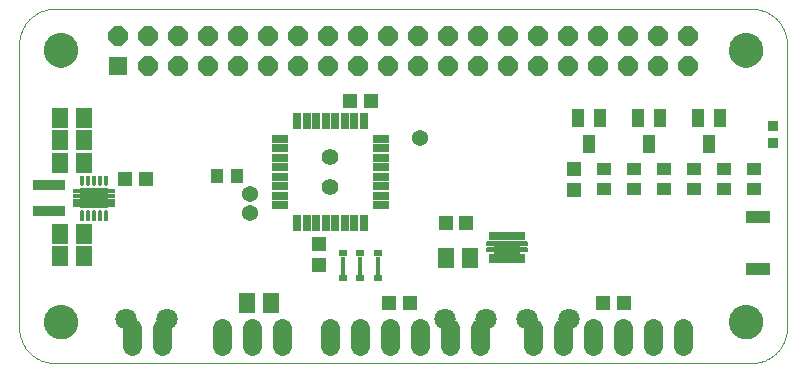
<source format=gts>
G75*
%MOIN*%
%OFA0B0*%
%FSLAX25Y25*%
%IPPOS*%
%LPD*%
%AMOC8*
5,1,8,0,0,1.08239X$1,22.5*
%
%ADD10C,0.00000*%
%ADD11C,0.11424*%
%ADD12R,0.06400X0.06400*%
%ADD13OC8,0.06400*%
%ADD14C,0.01380*%
%ADD15R,0.02953X0.01181*%
%ADD16R,0.02953X0.01280*%
%ADD17R,0.09547X0.07087*%
%ADD18R,0.01378X0.02992*%
%ADD19R,0.11000X0.03550*%
%ADD20R,0.02600X0.05400*%
%ADD21R,0.05400X0.02600*%
%ADD22C,0.07093*%
%ADD23R,0.04652X0.04534*%
%ADD24R,0.03150X0.01969*%
%ADD25R,0.01575X0.06299*%
%ADD26R,0.04534X0.04652*%
%ADD27R,0.05518X0.06699*%
%ADD28C,0.06400*%
%ADD29R,0.04731X0.04337*%
%ADD30R,0.03550X0.03550*%
%ADD31C,0.05550*%
%ADD32R,0.04337X0.05912*%
%ADD33R,0.08274X0.04337*%
%ADD34R,0.01502X0.02369*%
%ADD35R,0.01502X0.02369*%
%ADD36R,0.08274X0.03943*%
%ADD37C,0.00100*%
%ADD38C,0.00600*%
%ADD39C,0.05400*%
%ADD40R,0.04337X0.04731*%
D10*
X0016811Y0006117D02*
X0249094Y0006117D01*
X0249379Y0006120D01*
X0249665Y0006131D01*
X0249950Y0006148D01*
X0250234Y0006172D01*
X0250518Y0006203D01*
X0250801Y0006241D01*
X0251082Y0006286D01*
X0251363Y0006337D01*
X0251643Y0006395D01*
X0251921Y0006460D01*
X0252197Y0006532D01*
X0252471Y0006610D01*
X0252744Y0006695D01*
X0253014Y0006787D01*
X0253282Y0006885D01*
X0253548Y0006989D01*
X0253811Y0007100D01*
X0254071Y0007217D01*
X0254329Y0007340D01*
X0254583Y0007470D01*
X0254834Y0007606D01*
X0255082Y0007747D01*
X0255326Y0007895D01*
X0255567Y0008048D01*
X0255803Y0008208D01*
X0256036Y0008373D01*
X0256265Y0008543D01*
X0256490Y0008719D01*
X0256710Y0008901D01*
X0256926Y0009087D01*
X0257137Y0009279D01*
X0257344Y0009476D01*
X0257546Y0009678D01*
X0257743Y0009885D01*
X0257935Y0010096D01*
X0258121Y0010312D01*
X0258303Y0010532D01*
X0258479Y0010757D01*
X0258649Y0010986D01*
X0258814Y0011219D01*
X0258974Y0011455D01*
X0259127Y0011696D01*
X0259275Y0011940D01*
X0259416Y0012188D01*
X0259552Y0012439D01*
X0259682Y0012693D01*
X0259805Y0012951D01*
X0259922Y0013211D01*
X0260033Y0013474D01*
X0260137Y0013740D01*
X0260235Y0014008D01*
X0260327Y0014278D01*
X0260412Y0014551D01*
X0260490Y0014825D01*
X0260562Y0015101D01*
X0260627Y0015379D01*
X0260685Y0015659D01*
X0260736Y0015940D01*
X0260781Y0016221D01*
X0260819Y0016504D01*
X0260850Y0016788D01*
X0260874Y0017072D01*
X0260891Y0017357D01*
X0260902Y0017643D01*
X0260905Y0017928D01*
X0260906Y0017928D02*
X0260906Y0112416D01*
X0260905Y0112416D02*
X0260902Y0112701D01*
X0260891Y0112987D01*
X0260874Y0113272D01*
X0260850Y0113556D01*
X0260819Y0113840D01*
X0260781Y0114123D01*
X0260736Y0114404D01*
X0260685Y0114685D01*
X0260627Y0114965D01*
X0260562Y0115243D01*
X0260490Y0115519D01*
X0260412Y0115793D01*
X0260327Y0116066D01*
X0260235Y0116336D01*
X0260137Y0116604D01*
X0260033Y0116870D01*
X0259922Y0117133D01*
X0259805Y0117393D01*
X0259682Y0117651D01*
X0259552Y0117905D01*
X0259416Y0118156D01*
X0259275Y0118404D01*
X0259127Y0118648D01*
X0258974Y0118889D01*
X0258814Y0119125D01*
X0258649Y0119358D01*
X0258479Y0119587D01*
X0258303Y0119812D01*
X0258121Y0120032D01*
X0257935Y0120248D01*
X0257743Y0120459D01*
X0257546Y0120666D01*
X0257344Y0120868D01*
X0257137Y0121065D01*
X0256926Y0121257D01*
X0256710Y0121443D01*
X0256490Y0121625D01*
X0256265Y0121801D01*
X0256036Y0121971D01*
X0255803Y0122136D01*
X0255567Y0122296D01*
X0255326Y0122449D01*
X0255082Y0122597D01*
X0254834Y0122738D01*
X0254583Y0122874D01*
X0254329Y0123004D01*
X0254071Y0123127D01*
X0253811Y0123244D01*
X0253548Y0123355D01*
X0253282Y0123459D01*
X0253014Y0123557D01*
X0252744Y0123649D01*
X0252471Y0123734D01*
X0252197Y0123812D01*
X0251921Y0123884D01*
X0251643Y0123949D01*
X0251363Y0124007D01*
X0251082Y0124058D01*
X0250801Y0124103D01*
X0250518Y0124141D01*
X0250234Y0124172D01*
X0249950Y0124196D01*
X0249665Y0124213D01*
X0249379Y0124224D01*
X0249094Y0124227D01*
X0016811Y0124227D01*
X0016526Y0124224D01*
X0016240Y0124213D01*
X0015955Y0124196D01*
X0015671Y0124172D01*
X0015387Y0124141D01*
X0015104Y0124103D01*
X0014823Y0124058D01*
X0014542Y0124007D01*
X0014262Y0123949D01*
X0013984Y0123884D01*
X0013708Y0123812D01*
X0013434Y0123734D01*
X0013161Y0123649D01*
X0012891Y0123557D01*
X0012623Y0123459D01*
X0012357Y0123355D01*
X0012094Y0123244D01*
X0011834Y0123127D01*
X0011576Y0123004D01*
X0011322Y0122874D01*
X0011071Y0122738D01*
X0010823Y0122597D01*
X0010579Y0122449D01*
X0010338Y0122296D01*
X0010102Y0122136D01*
X0009869Y0121971D01*
X0009640Y0121801D01*
X0009415Y0121625D01*
X0009195Y0121443D01*
X0008979Y0121257D01*
X0008768Y0121065D01*
X0008561Y0120868D01*
X0008359Y0120666D01*
X0008162Y0120459D01*
X0007970Y0120248D01*
X0007784Y0120032D01*
X0007602Y0119812D01*
X0007426Y0119587D01*
X0007256Y0119358D01*
X0007091Y0119125D01*
X0006931Y0118889D01*
X0006778Y0118648D01*
X0006630Y0118404D01*
X0006489Y0118156D01*
X0006353Y0117905D01*
X0006223Y0117651D01*
X0006100Y0117393D01*
X0005983Y0117133D01*
X0005872Y0116870D01*
X0005768Y0116604D01*
X0005670Y0116336D01*
X0005578Y0116066D01*
X0005493Y0115793D01*
X0005415Y0115519D01*
X0005343Y0115243D01*
X0005278Y0114965D01*
X0005220Y0114685D01*
X0005169Y0114404D01*
X0005124Y0114123D01*
X0005086Y0113840D01*
X0005055Y0113556D01*
X0005031Y0113272D01*
X0005014Y0112987D01*
X0005003Y0112701D01*
X0005000Y0112416D01*
X0005000Y0017928D01*
X0005003Y0017643D01*
X0005014Y0017357D01*
X0005031Y0017072D01*
X0005055Y0016788D01*
X0005086Y0016504D01*
X0005124Y0016221D01*
X0005169Y0015940D01*
X0005220Y0015659D01*
X0005278Y0015379D01*
X0005343Y0015101D01*
X0005415Y0014825D01*
X0005493Y0014551D01*
X0005578Y0014278D01*
X0005670Y0014008D01*
X0005768Y0013740D01*
X0005872Y0013474D01*
X0005983Y0013211D01*
X0006100Y0012951D01*
X0006223Y0012693D01*
X0006353Y0012439D01*
X0006489Y0012188D01*
X0006630Y0011940D01*
X0006778Y0011696D01*
X0006931Y0011455D01*
X0007091Y0011219D01*
X0007256Y0010986D01*
X0007426Y0010757D01*
X0007602Y0010532D01*
X0007784Y0010312D01*
X0007970Y0010096D01*
X0008162Y0009885D01*
X0008359Y0009678D01*
X0008561Y0009476D01*
X0008768Y0009279D01*
X0008979Y0009087D01*
X0009195Y0008901D01*
X0009415Y0008719D01*
X0009640Y0008543D01*
X0009869Y0008373D01*
X0010102Y0008208D01*
X0010338Y0008048D01*
X0010579Y0007895D01*
X0010823Y0007747D01*
X0011071Y0007606D01*
X0011322Y0007470D01*
X0011576Y0007340D01*
X0011834Y0007217D01*
X0012094Y0007100D01*
X0012357Y0006989D01*
X0012623Y0006885D01*
X0012891Y0006787D01*
X0013161Y0006695D01*
X0013434Y0006610D01*
X0013708Y0006532D01*
X0013984Y0006460D01*
X0014262Y0006395D01*
X0014542Y0006337D01*
X0014823Y0006286D01*
X0015104Y0006241D01*
X0015387Y0006203D01*
X0015671Y0006172D01*
X0015955Y0006148D01*
X0016240Y0006131D01*
X0016526Y0006120D01*
X0016811Y0006117D01*
X0013268Y0019896D02*
X0013270Y0020044D01*
X0013276Y0020192D01*
X0013286Y0020340D01*
X0013300Y0020487D01*
X0013318Y0020634D01*
X0013339Y0020780D01*
X0013365Y0020926D01*
X0013395Y0021071D01*
X0013428Y0021215D01*
X0013466Y0021358D01*
X0013507Y0021500D01*
X0013552Y0021641D01*
X0013600Y0021781D01*
X0013653Y0021920D01*
X0013709Y0022057D01*
X0013769Y0022192D01*
X0013832Y0022326D01*
X0013899Y0022458D01*
X0013970Y0022588D01*
X0014044Y0022716D01*
X0014121Y0022842D01*
X0014202Y0022966D01*
X0014286Y0023088D01*
X0014373Y0023207D01*
X0014464Y0023324D01*
X0014558Y0023439D01*
X0014654Y0023551D01*
X0014754Y0023661D01*
X0014856Y0023767D01*
X0014962Y0023871D01*
X0015070Y0023972D01*
X0015181Y0024070D01*
X0015294Y0024166D01*
X0015410Y0024258D01*
X0015528Y0024347D01*
X0015649Y0024432D01*
X0015772Y0024515D01*
X0015897Y0024594D01*
X0016024Y0024670D01*
X0016153Y0024742D01*
X0016284Y0024811D01*
X0016417Y0024876D01*
X0016552Y0024937D01*
X0016688Y0024995D01*
X0016825Y0025050D01*
X0016964Y0025100D01*
X0017105Y0025147D01*
X0017246Y0025190D01*
X0017389Y0025230D01*
X0017533Y0025265D01*
X0017677Y0025297D01*
X0017823Y0025324D01*
X0017969Y0025348D01*
X0018116Y0025368D01*
X0018263Y0025384D01*
X0018410Y0025396D01*
X0018558Y0025404D01*
X0018706Y0025408D01*
X0018854Y0025408D01*
X0019002Y0025404D01*
X0019150Y0025396D01*
X0019297Y0025384D01*
X0019444Y0025368D01*
X0019591Y0025348D01*
X0019737Y0025324D01*
X0019883Y0025297D01*
X0020027Y0025265D01*
X0020171Y0025230D01*
X0020314Y0025190D01*
X0020455Y0025147D01*
X0020596Y0025100D01*
X0020735Y0025050D01*
X0020872Y0024995D01*
X0021008Y0024937D01*
X0021143Y0024876D01*
X0021276Y0024811D01*
X0021407Y0024742D01*
X0021536Y0024670D01*
X0021663Y0024594D01*
X0021788Y0024515D01*
X0021911Y0024432D01*
X0022032Y0024347D01*
X0022150Y0024258D01*
X0022266Y0024166D01*
X0022379Y0024070D01*
X0022490Y0023972D01*
X0022598Y0023871D01*
X0022704Y0023767D01*
X0022806Y0023661D01*
X0022906Y0023551D01*
X0023002Y0023439D01*
X0023096Y0023324D01*
X0023187Y0023207D01*
X0023274Y0023088D01*
X0023358Y0022966D01*
X0023439Y0022842D01*
X0023516Y0022716D01*
X0023590Y0022588D01*
X0023661Y0022458D01*
X0023728Y0022326D01*
X0023791Y0022192D01*
X0023851Y0022057D01*
X0023907Y0021920D01*
X0023960Y0021781D01*
X0024008Y0021641D01*
X0024053Y0021500D01*
X0024094Y0021358D01*
X0024132Y0021215D01*
X0024165Y0021071D01*
X0024195Y0020926D01*
X0024221Y0020780D01*
X0024242Y0020634D01*
X0024260Y0020487D01*
X0024274Y0020340D01*
X0024284Y0020192D01*
X0024290Y0020044D01*
X0024292Y0019896D01*
X0024290Y0019748D01*
X0024284Y0019600D01*
X0024274Y0019452D01*
X0024260Y0019305D01*
X0024242Y0019158D01*
X0024221Y0019012D01*
X0024195Y0018866D01*
X0024165Y0018721D01*
X0024132Y0018577D01*
X0024094Y0018434D01*
X0024053Y0018292D01*
X0024008Y0018151D01*
X0023960Y0018011D01*
X0023907Y0017872D01*
X0023851Y0017735D01*
X0023791Y0017600D01*
X0023728Y0017466D01*
X0023661Y0017334D01*
X0023590Y0017204D01*
X0023516Y0017076D01*
X0023439Y0016950D01*
X0023358Y0016826D01*
X0023274Y0016704D01*
X0023187Y0016585D01*
X0023096Y0016468D01*
X0023002Y0016353D01*
X0022906Y0016241D01*
X0022806Y0016131D01*
X0022704Y0016025D01*
X0022598Y0015921D01*
X0022490Y0015820D01*
X0022379Y0015722D01*
X0022266Y0015626D01*
X0022150Y0015534D01*
X0022032Y0015445D01*
X0021911Y0015360D01*
X0021788Y0015277D01*
X0021663Y0015198D01*
X0021536Y0015122D01*
X0021407Y0015050D01*
X0021276Y0014981D01*
X0021143Y0014916D01*
X0021008Y0014855D01*
X0020872Y0014797D01*
X0020735Y0014742D01*
X0020596Y0014692D01*
X0020455Y0014645D01*
X0020314Y0014602D01*
X0020171Y0014562D01*
X0020027Y0014527D01*
X0019883Y0014495D01*
X0019737Y0014468D01*
X0019591Y0014444D01*
X0019444Y0014424D01*
X0019297Y0014408D01*
X0019150Y0014396D01*
X0019002Y0014388D01*
X0018854Y0014384D01*
X0018706Y0014384D01*
X0018558Y0014388D01*
X0018410Y0014396D01*
X0018263Y0014408D01*
X0018116Y0014424D01*
X0017969Y0014444D01*
X0017823Y0014468D01*
X0017677Y0014495D01*
X0017533Y0014527D01*
X0017389Y0014562D01*
X0017246Y0014602D01*
X0017105Y0014645D01*
X0016964Y0014692D01*
X0016825Y0014742D01*
X0016688Y0014797D01*
X0016552Y0014855D01*
X0016417Y0014916D01*
X0016284Y0014981D01*
X0016153Y0015050D01*
X0016024Y0015122D01*
X0015897Y0015198D01*
X0015772Y0015277D01*
X0015649Y0015360D01*
X0015528Y0015445D01*
X0015410Y0015534D01*
X0015294Y0015626D01*
X0015181Y0015722D01*
X0015070Y0015820D01*
X0014962Y0015921D01*
X0014856Y0016025D01*
X0014754Y0016131D01*
X0014654Y0016241D01*
X0014558Y0016353D01*
X0014464Y0016468D01*
X0014373Y0016585D01*
X0014286Y0016704D01*
X0014202Y0016826D01*
X0014121Y0016950D01*
X0014044Y0017076D01*
X0013970Y0017204D01*
X0013899Y0017334D01*
X0013832Y0017466D01*
X0013769Y0017600D01*
X0013709Y0017735D01*
X0013653Y0017872D01*
X0013600Y0018011D01*
X0013552Y0018151D01*
X0013507Y0018292D01*
X0013466Y0018434D01*
X0013428Y0018577D01*
X0013395Y0018721D01*
X0013365Y0018866D01*
X0013339Y0019012D01*
X0013318Y0019158D01*
X0013300Y0019305D01*
X0013286Y0019452D01*
X0013276Y0019600D01*
X0013270Y0019748D01*
X0013268Y0019896D01*
X0013268Y0110447D02*
X0013270Y0110595D01*
X0013276Y0110743D01*
X0013286Y0110891D01*
X0013300Y0111038D01*
X0013318Y0111185D01*
X0013339Y0111331D01*
X0013365Y0111477D01*
X0013395Y0111622D01*
X0013428Y0111766D01*
X0013466Y0111909D01*
X0013507Y0112051D01*
X0013552Y0112192D01*
X0013600Y0112332D01*
X0013653Y0112471D01*
X0013709Y0112608D01*
X0013769Y0112743D01*
X0013832Y0112877D01*
X0013899Y0113009D01*
X0013970Y0113139D01*
X0014044Y0113267D01*
X0014121Y0113393D01*
X0014202Y0113517D01*
X0014286Y0113639D01*
X0014373Y0113758D01*
X0014464Y0113875D01*
X0014558Y0113990D01*
X0014654Y0114102D01*
X0014754Y0114212D01*
X0014856Y0114318D01*
X0014962Y0114422D01*
X0015070Y0114523D01*
X0015181Y0114621D01*
X0015294Y0114717D01*
X0015410Y0114809D01*
X0015528Y0114898D01*
X0015649Y0114983D01*
X0015772Y0115066D01*
X0015897Y0115145D01*
X0016024Y0115221D01*
X0016153Y0115293D01*
X0016284Y0115362D01*
X0016417Y0115427D01*
X0016552Y0115488D01*
X0016688Y0115546D01*
X0016825Y0115601D01*
X0016964Y0115651D01*
X0017105Y0115698D01*
X0017246Y0115741D01*
X0017389Y0115781D01*
X0017533Y0115816D01*
X0017677Y0115848D01*
X0017823Y0115875D01*
X0017969Y0115899D01*
X0018116Y0115919D01*
X0018263Y0115935D01*
X0018410Y0115947D01*
X0018558Y0115955D01*
X0018706Y0115959D01*
X0018854Y0115959D01*
X0019002Y0115955D01*
X0019150Y0115947D01*
X0019297Y0115935D01*
X0019444Y0115919D01*
X0019591Y0115899D01*
X0019737Y0115875D01*
X0019883Y0115848D01*
X0020027Y0115816D01*
X0020171Y0115781D01*
X0020314Y0115741D01*
X0020455Y0115698D01*
X0020596Y0115651D01*
X0020735Y0115601D01*
X0020872Y0115546D01*
X0021008Y0115488D01*
X0021143Y0115427D01*
X0021276Y0115362D01*
X0021407Y0115293D01*
X0021536Y0115221D01*
X0021663Y0115145D01*
X0021788Y0115066D01*
X0021911Y0114983D01*
X0022032Y0114898D01*
X0022150Y0114809D01*
X0022266Y0114717D01*
X0022379Y0114621D01*
X0022490Y0114523D01*
X0022598Y0114422D01*
X0022704Y0114318D01*
X0022806Y0114212D01*
X0022906Y0114102D01*
X0023002Y0113990D01*
X0023096Y0113875D01*
X0023187Y0113758D01*
X0023274Y0113639D01*
X0023358Y0113517D01*
X0023439Y0113393D01*
X0023516Y0113267D01*
X0023590Y0113139D01*
X0023661Y0113009D01*
X0023728Y0112877D01*
X0023791Y0112743D01*
X0023851Y0112608D01*
X0023907Y0112471D01*
X0023960Y0112332D01*
X0024008Y0112192D01*
X0024053Y0112051D01*
X0024094Y0111909D01*
X0024132Y0111766D01*
X0024165Y0111622D01*
X0024195Y0111477D01*
X0024221Y0111331D01*
X0024242Y0111185D01*
X0024260Y0111038D01*
X0024274Y0110891D01*
X0024284Y0110743D01*
X0024290Y0110595D01*
X0024292Y0110447D01*
X0024290Y0110299D01*
X0024284Y0110151D01*
X0024274Y0110003D01*
X0024260Y0109856D01*
X0024242Y0109709D01*
X0024221Y0109563D01*
X0024195Y0109417D01*
X0024165Y0109272D01*
X0024132Y0109128D01*
X0024094Y0108985D01*
X0024053Y0108843D01*
X0024008Y0108702D01*
X0023960Y0108562D01*
X0023907Y0108423D01*
X0023851Y0108286D01*
X0023791Y0108151D01*
X0023728Y0108017D01*
X0023661Y0107885D01*
X0023590Y0107755D01*
X0023516Y0107627D01*
X0023439Y0107501D01*
X0023358Y0107377D01*
X0023274Y0107255D01*
X0023187Y0107136D01*
X0023096Y0107019D01*
X0023002Y0106904D01*
X0022906Y0106792D01*
X0022806Y0106682D01*
X0022704Y0106576D01*
X0022598Y0106472D01*
X0022490Y0106371D01*
X0022379Y0106273D01*
X0022266Y0106177D01*
X0022150Y0106085D01*
X0022032Y0105996D01*
X0021911Y0105911D01*
X0021788Y0105828D01*
X0021663Y0105749D01*
X0021536Y0105673D01*
X0021407Y0105601D01*
X0021276Y0105532D01*
X0021143Y0105467D01*
X0021008Y0105406D01*
X0020872Y0105348D01*
X0020735Y0105293D01*
X0020596Y0105243D01*
X0020455Y0105196D01*
X0020314Y0105153D01*
X0020171Y0105113D01*
X0020027Y0105078D01*
X0019883Y0105046D01*
X0019737Y0105019D01*
X0019591Y0104995D01*
X0019444Y0104975D01*
X0019297Y0104959D01*
X0019150Y0104947D01*
X0019002Y0104939D01*
X0018854Y0104935D01*
X0018706Y0104935D01*
X0018558Y0104939D01*
X0018410Y0104947D01*
X0018263Y0104959D01*
X0018116Y0104975D01*
X0017969Y0104995D01*
X0017823Y0105019D01*
X0017677Y0105046D01*
X0017533Y0105078D01*
X0017389Y0105113D01*
X0017246Y0105153D01*
X0017105Y0105196D01*
X0016964Y0105243D01*
X0016825Y0105293D01*
X0016688Y0105348D01*
X0016552Y0105406D01*
X0016417Y0105467D01*
X0016284Y0105532D01*
X0016153Y0105601D01*
X0016024Y0105673D01*
X0015897Y0105749D01*
X0015772Y0105828D01*
X0015649Y0105911D01*
X0015528Y0105996D01*
X0015410Y0106085D01*
X0015294Y0106177D01*
X0015181Y0106273D01*
X0015070Y0106371D01*
X0014962Y0106472D01*
X0014856Y0106576D01*
X0014754Y0106682D01*
X0014654Y0106792D01*
X0014558Y0106904D01*
X0014464Y0107019D01*
X0014373Y0107136D01*
X0014286Y0107255D01*
X0014202Y0107377D01*
X0014121Y0107501D01*
X0014044Y0107627D01*
X0013970Y0107755D01*
X0013899Y0107885D01*
X0013832Y0108017D01*
X0013769Y0108151D01*
X0013709Y0108286D01*
X0013653Y0108423D01*
X0013600Y0108562D01*
X0013552Y0108702D01*
X0013507Y0108843D01*
X0013466Y0108985D01*
X0013428Y0109128D01*
X0013395Y0109272D01*
X0013365Y0109417D01*
X0013339Y0109563D01*
X0013318Y0109709D01*
X0013300Y0109856D01*
X0013286Y0110003D01*
X0013276Y0110151D01*
X0013270Y0110299D01*
X0013268Y0110447D01*
X0241614Y0110447D02*
X0241616Y0110595D01*
X0241622Y0110743D01*
X0241632Y0110891D01*
X0241646Y0111038D01*
X0241664Y0111185D01*
X0241685Y0111331D01*
X0241711Y0111477D01*
X0241741Y0111622D01*
X0241774Y0111766D01*
X0241812Y0111909D01*
X0241853Y0112051D01*
X0241898Y0112192D01*
X0241946Y0112332D01*
X0241999Y0112471D01*
X0242055Y0112608D01*
X0242115Y0112743D01*
X0242178Y0112877D01*
X0242245Y0113009D01*
X0242316Y0113139D01*
X0242390Y0113267D01*
X0242467Y0113393D01*
X0242548Y0113517D01*
X0242632Y0113639D01*
X0242719Y0113758D01*
X0242810Y0113875D01*
X0242904Y0113990D01*
X0243000Y0114102D01*
X0243100Y0114212D01*
X0243202Y0114318D01*
X0243308Y0114422D01*
X0243416Y0114523D01*
X0243527Y0114621D01*
X0243640Y0114717D01*
X0243756Y0114809D01*
X0243874Y0114898D01*
X0243995Y0114983D01*
X0244118Y0115066D01*
X0244243Y0115145D01*
X0244370Y0115221D01*
X0244499Y0115293D01*
X0244630Y0115362D01*
X0244763Y0115427D01*
X0244898Y0115488D01*
X0245034Y0115546D01*
X0245171Y0115601D01*
X0245310Y0115651D01*
X0245451Y0115698D01*
X0245592Y0115741D01*
X0245735Y0115781D01*
X0245879Y0115816D01*
X0246023Y0115848D01*
X0246169Y0115875D01*
X0246315Y0115899D01*
X0246462Y0115919D01*
X0246609Y0115935D01*
X0246756Y0115947D01*
X0246904Y0115955D01*
X0247052Y0115959D01*
X0247200Y0115959D01*
X0247348Y0115955D01*
X0247496Y0115947D01*
X0247643Y0115935D01*
X0247790Y0115919D01*
X0247937Y0115899D01*
X0248083Y0115875D01*
X0248229Y0115848D01*
X0248373Y0115816D01*
X0248517Y0115781D01*
X0248660Y0115741D01*
X0248801Y0115698D01*
X0248942Y0115651D01*
X0249081Y0115601D01*
X0249218Y0115546D01*
X0249354Y0115488D01*
X0249489Y0115427D01*
X0249622Y0115362D01*
X0249753Y0115293D01*
X0249882Y0115221D01*
X0250009Y0115145D01*
X0250134Y0115066D01*
X0250257Y0114983D01*
X0250378Y0114898D01*
X0250496Y0114809D01*
X0250612Y0114717D01*
X0250725Y0114621D01*
X0250836Y0114523D01*
X0250944Y0114422D01*
X0251050Y0114318D01*
X0251152Y0114212D01*
X0251252Y0114102D01*
X0251348Y0113990D01*
X0251442Y0113875D01*
X0251533Y0113758D01*
X0251620Y0113639D01*
X0251704Y0113517D01*
X0251785Y0113393D01*
X0251862Y0113267D01*
X0251936Y0113139D01*
X0252007Y0113009D01*
X0252074Y0112877D01*
X0252137Y0112743D01*
X0252197Y0112608D01*
X0252253Y0112471D01*
X0252306Y0112332D01*
X0252354Y0112192D01*
X0252399Y0112051D01*
X0252440Y0111909D01*
X0252478Y0111766D01*
X0252511Y0111622D01*
X0252541Y0111477D01*
X0252567Y0111331D01*
X0252588Y0111185D01*
X0252606Y0111038D01*
X0252620Y0110891D01*
X0252630Y0110743D01*
X0252636Y0110595D01*
X0252638Y0110447D01*
X0252636Y0110299D01*
X0252630Y0110151D01*
X0252620Y0110003D01*
X0252606Y0109856D01*
X0252588Y0109709D01*
X0252567Y0109563D01*
X0252541Y0109417D01*
X0252511Y0109272D01*
X0252478Y0109128D01*
X0252440Y0108985D01*
X0252399Y0108843D01*
X0252354Y0108702D01*
X0252306Y0108562D01*
X0252253Y0108423D01*
X0252197Y0108286D01*
X0252137Y0108151D01*
X0252074Y0108017D01*
X0252007Y0107885D01*
X0251936Y0107755D01*
X0251862Y0107627D01*
X0251785Y0107501D01*
X0251704Y0107377D01*
X0251620Y0107255D01*
X0251533Y0107136D01*
X0251442Y0107019D01*
X0251348Y0106904D01*
X0251252Y0106792D01*
X0251152Y0106682D01*
X0251050Y0106576D01*
X0250944Y0106472D01*
X0250836Y0106371D01*
X0250725Y0106273D01*
X0250612Y0106177D01*
X0250496Y0106085D01*
X0250378Y0105996D01*
X0250257Y0105911D01*
X0250134Y0105828D01*
X0250009Y0105749D01*
X0249882Y0105673D01*
X0249753Y0105601D01*
X0249622Y0105532D01*
X0249489Y0105467D01*
X0249354Y0105406D01*
X0249218Y0105348D01*
X0249081Y0105293D01*
X0248942Y0105243D01*
X0248801Y0105196D01*
X0248660Y0105153D01*
X0248517Y0105113D01*
X0248373Y0105078D01*
X0248229Y0105046D01*
X0248083Y0105019D01*
X0247937Y0104995D01*
X0247790Y0104975D01*
X0247643Y0104959D01*
X0247496Y0104947D01*
X0247348Y0104939D01*
X0247200Y0104935D01*
X0247052Y0104935D01*
X0246904Y0104939D01*
X0246756Y0104947D01*
X0246609Y0104959D01*
X0246462Y0104975D01*
X0246315Y0104995D01*
X0246169Y0105019D01*
X0246023Y0105046D01*
X0245879Y0105078D01*
X0245735Y0105113D01*
X0245592Y0105153D01*
X0245451Y0105196D01*
X0245310Y0105243D01*
X0245171Y0105293D01*
X0245034Y0105348D01*
X0244898Y0105406D01*
X0244763Y0105467D01*
X0244630Y0105532D01*
X0244499Y0105601D01*
X0244370Y0105673D01*
X0244243Y0105749D01*
X0244118Y0105828D01*
X0243995Y0105911D01*
X0243874Y0105996D01*
X0243756Y0106085D01*
X0243640Y0106177D01*
X0243527Y0106273D01*
X0243416Y0106371D01*
X0243308Y0106472D01*
X0243202Y0106576D01*
X0243100Y0106682D01*
X0243000Y0106792D01*
X0242904Y0106904D01*
X0242810Y0107019D01*
X0242719Y0107136D01*
X0242632Y0107255D01*
X0242548Y0107377D01*
X0242467Y0107501D01*
X0242390Y0107627D01*
X0242316Y0107755D01*
X0242245Y0107885D01*
X0242178Y0108017D01*
X0242115Y0108151D01*
X0242055Y0108286D01*
X0241999Y0108423D01*
X0241946Y0108562D01*
X0241898Y0108702D01*
X0241853Y0108843D01*
X0241812Y0108985D01*
X0241774Y0109128D01*
X0241741Y0109272D01*
X0241711Y0109417D01*
X0241685Y0109563D01*
X0241664Y0109709D01*
X0241646Y0109856D01*
X0241632Y0110003D01*
X0241622Y0110151D01*
X0241616Y0110299D01*
X0241614Y0110447D01*
X0241614Y0019896D02*
X0241616Y0020044D01*
X0241622Y0020192D01*
X0241632Y0020340D01*
X0241646Y0020487D01*
X0241664Y0020634D01*
X0241685Y0020780D01*
X0241711Y0020926D01*
X0241741Y0021071D01*
X0241774Y0021215D01*
X0241812Y0021358D01*
X0241853Y0021500D01*
X0241898Y0021641D01*
X0241946Y0021781D01*
X0241999Y0021920D01*
X0242055Y0022057D01*
X0242115Y0022192D01*
X0242178Y0022326D01*
X0242245Y0022458D01*
X0242316Y0022588D01*
X0242390Y0022716D01*
X0242467Y0022842D01*
X0242548Y0022966D01*
X0242632Y0023088D01*
X0242719Y0023207D01*
X0242810Y0023324D01*
X0242904Y0023439D01*
X0243000Y0023551D01*
X0243100Y0023661D01*
X0243202Y0023767D01*
X0243308Y0023871D01*
X0243416Y0023972D01*
X0243527Y0024070D01*
X0243640Y0024166D01*
X0243756Y0024258D01*
X0243874Y0024347D01*
X0243995Y0024432D01*
X0244118Y0024515D01*
X0244243Y0024594D01*
X0244370Y0024670D01*
X0244499Y0024742D01*
X0244630Y0024811D01*
X0244763Y0024876D01*
X0244898Y0024937D01*
X0245034Y0024995D01*
X0245171Y0025050D01*
X0245310Y0025100D01*
X0245451Y0025147D01*
X0245592Y0025190D01*
X0245735Y0025230D01*
X0245879Y0025265D01*
X0246023Y0025297D01*
X0246169Y0025324D01*
X0246315Y0025348D01*
X0246462Y0025368D01*
X0246609Y0025384D01*
X0246756Y0025396D01*
X0246904Y0025404D01*
X0247052Y0025408D01*
X0247200Y0025408D01*
X0247348Y0025404D01*
X0247496Y0025396D01*
X0247643Y0025384D01*
X0247790Y0025368D01*
X0247937Y0025348D01*
X0248083Y0025324D01*
X0248229Y0025297D01*
X0248373Y0025265D01*
X0248517Y0025230D01*
X0248660Y0025190D01*
X0248801Y0025147D01*
X0248942Y0025100D01*
X0249081Y0025050D01*
X0249218Y0024995D01*
X0249354Y0024937D01*
X0249489Y0024876D01*
X0249622Y0024811D01*
X0249753Y0024742D01*
X0249882Y0024670D01*
X0250009Y0024594D01*
X0250134Y0024515D01*
X0250257Y0024432D01*
X0250378Y0024347D01*
X0250496Y0024258D01*
X0250612Y0024166D01*
X0250725Y0024070D01*
X0250836Y0023972D01*
X0250944Y0023871D01*
X0251050Y0023767D01*
X0251152Y0023661D01*
X0251252Y0023551D01*
X0251348Y0023439D01*
X0251442Y0023324D01*
X0251533Y0023207D01*
X0251620Y0023088D01*
X0251704Y0022966D01*
X0251785Y0022842D01*
X0251862Y0022716D01*
X0251936Y0022588D01*
X0252007Y0022458D01*
X0252074Y0022326D01*
X0252137Y0022192D01*
X0252197Y0022057D01*
X0252253Y0021920D01*
X0252306Y0021781D01*
X0252354Y0021641D01*
X0252399Y0021500D01*
X0252440Y0021358D01*
X0252478Y0021215D01*
X0252511Y0021071D01*
X0252541Y0020926D01*
X0252567Y0020780D01*
X0252588Y0020634D01*
X0252606Y0020487D01*
X0252620Y0020340D01*
X0252630Y0020192D01*
X0252636Y0020044D01*
X0252638Y0019896D01*
X0252636Y0019748D01*
X0252630Y0019600D01*
X0252620Y0019452D01*
X0252606Y0019305D01*
X0252588Y0019158D01*
X0252567Y0019012D01*
X0252541Y0018866D01*
X0252511Y0018721D01*
X0252478Y0018577D01*
X0252440Y0018434D01*
X0252399Y0018292D01*
X0252354Y0018151D01*
X0252306Y0018011D01*
X0252253Y0017872D01*
X0252197Y0017735D01*
X0252137Y0017600D01*
X0252074Y0017466D01*
X0252007Y0017334D01*
X0251936Y0017204D01*
X0251862Y0017076D01*
X0251785Y0016950D01*
X0251704Y0016826D01*
X0251620Y0016704D01*
X0251533Y0016585D01*
X0251442Y0016468D01*
X0251348Y0016353D01*
X0251252Y0016241D01*
X0251152Y0016131D01*
X0251050Y0016025D01*
X0250944Y0015921D01*
X0250836Y0015820D01*
X0250725Y0015722D01*
X0250612Y0015626D01*
X0250496Y0015534D01*
X0250378Y0015445D01*
X0250257Y0015360D01*
X0250134Y0015277D01*
X0250009Y0015198D01*
X0249882Y0015122D01*
X0249753Y0015050D01*
X0249622Y0014981D01*
X0249489Y0014916D01*
X0249354Y0014855D01*
X0249218Y0014797D01*
X0249081Y0014742D01*
X0248942Y0014692D01*
X0248801Y0014645D01*
X0248660Y0014602D01*
X0248517Y0014562D01*
X0248373Y0014527D01*
X0248229Y0014495D01*
X0248083Y0014468D01*
X0247937Y0014444D01*
X0247790Y0014424D01*
X0247643Y0014408D01*
X0247496Y0014396D01*
X0247348Y0014388D01*
X0247200Y0014384D01*
X0247052Y0014384D01*
X0246904Y0014388D01*
X0246756Y0014396D01*
X0246609Y0014408D01*
X0246462Y0014424D01*
X0246315Y0014444D01*
X0246169Y0014468D01*
X0246023Y0014495D01*
X0245879Y0014527D01*
X0245735Y0014562D01*
X0245592Y0014602D01*
X0245451Y0014645D01*
X0245310Y0014692D01*
X0245171Y0014742D01*
X0245034Y0014797D01*
X0244898Y0014855D01*
X0244763Y0014916D01*
X0244630Y0014981D01*
X0244499Y0015050D01*
X0244370Y0015122D01*
X0244243Y0015198D01*
X0244118Y0015277D01*
X0243995Y0015360D01*
X0243874Y0015445D01*
X0243756Y0015534D01*
X0243640Y0015626D01*
X0243527Y0015722D01*
X0243416Y0015820D01*
X0243308Y0015921D01*
X0243202Y0016025D01*
X0243100Y0016131D01*
X0243000Y0016241D01*
X0242904Y0016353D01*
X0242810Y0016468D01*
X0242719Y0016585D01*
X0242632Y0016704D01*
X0242548Y0016826D01*
X0242467Y0016950D01*
X0242390Y0017076D01*
X0242316Y0017204D01*
X0242245Y0017334D01*
X0242178Y0017466D01*
X0242115Y0017600D01*
X0242055Y0017735D01*
X0241999Y0017872D01*
X0241946Y0018011D01*
X0241898Y0018151D01*
X0241853Y0018292D01*
X0241812Y0018434D01*
X0241774Y0018577D01*
X0241741Y0018721D01*
X0241711Y0018866D01*
X0241685Y0019012D01*
X0241664Y0019158D01*
X0241646Y0019305D01*
X0241632Y0019452D01*
X0241622Y0019600D01*
X0241616Y0019748D01*
X0241614Y0019896D01*
D11*
X0247126Y0019896D03*
X0247126Y0110447D03*
X0018780Y0110447D03*
X0018780Y0019896D03*
D12*
X0037835Y0105132D03*
D13*
X0047835Y0105132D03*
X0057835Y0105132D03*
X0067835Y0105132D03*
X0077835Y0105132D03*
X0087835Y0105132D03*
X0097835Y0105132D03*
X0107835Y0105132D03*
X0117835Y0105132D03*
X0127835Y0105132D03*
X0137835Y0105132D03*
X0147835Y0105132D03*
X0157835Y0105132D03*
X0167835Y0105132D03*
X0177835Y0105132D03*
X0187835Y0105132D03*
X0197835Y0105132D03*
X0207835Y0105132D03*
X0217835Y0105132D03*
X0227835Y0105132D03*
X0227835Y0115132D03*
X0217835Y0115132D03*
X0207835Y0115132D03*
X0197835Y0115132D03*
X0187835Y0115132D03*
X0177835Y0115132D03*
X0167835Y0115132D03*
X0157835Y0115132D03*
X0147835Y0115132D03*
X0137835Y0115132D03*
X0127835Y0115132D03*
X0117835Y0115132D03*
X0107835Y0115132D03*
X0097835Y0115132D03*
X0087835Y0115132D03*
X0077835Y0115132D03*
X0067835Y0115132D03*
X0057835Y0115132D03*
X0047835Y0115132D03*
X0037835Y0115132D03*
D14*
X0033937Y0065802D03*
X0031969Y0065802D03*
X0030000Y0065802D03*
X0028031Y0065802D03*
X0026063Y0065802D03*
X0026063Y0056481D03*
X0028031Y0056481D03*
X0030000Y0056481D03*
X0031969Y0056481D03*
X0033937Y0056481D03*
D15*
X0035610Y0058754D03*
X0035610Y0063479D03*
X0024390Y0063479D03*
X0024390Y0058754D03*
D16*
X0024390Y0060319D03*
X0024390Y0061914D03*
X0035610Y0061914D03*
X0035610Y0060319D03*
D17*
X0030049Y0061117D03*
D18*
X0030000Y0054985D03*
X0028031Y0054985D03*
X0026063Y0054985D03*
X0031969Y0054985D03*
X0033937Y0054985D03*
X0033937Y0067298D03*
X0031969Y0067298D03*
X0030000Y0067298D03*
X0028031Y0067298D03*
X0026063Y0067298D03*
D19*
X0015000Y0065442D03*
X0015000Y0056792D03*
D20*
X0097726Y0052967D03*
X0100876Y0052967D03*
X0104026Y0052967D03*
X0107175Y0052967D03*
X0110325Y0052967D03*
X0113474Y0052967D03*
X0116624Y0052967D03*
X0119774Y0052967D03*
X0119774Y0086767D03*
X0116624Y0086767D03*
X0113474Y0086767D03*
X0110325Y0086767D03*
X0107175Y0086767D03*
X0104026Y0086767D03*
X0100876Y0086767D03*
X0097726Y0086767D03*
D21*
X0091850Y0080890D03*
X0091850Y0077741D03*
X0091850Y0074591D03*
X0091850Y0071441D03*
X0091850Y0068292D03*
X0091850Y0065142D03*
X0091850Y0061993D03*
X0091850Y0058843D03*
X0125650Y0058843D03*
X0125650Y0061993D03*
X0125650Y0065142D03*
X0125650Y0068292D03*
X0125650Y0071441D03*
X0125650Y0074591D03*
X0125650Y0077741D03*
X0125650Y0080890D03*
D22*
X0146831Y0020723D03*
X0160610Y0020723D03*
X0174390Y0020723D03*
X0188169Y0020723D03*
X0054390Y0020723D03*
X0040610Y0020723D03*
D23*
X0105000Y0038922D03*
X0105000Y0045812D03*
X0190000Y0063922D03*
X0190000Y0070812D03*
D24*
X0124656Y0042751D03*
X0118750Y0042751D03*
X0112844Y0042751D03*
X0112844Y0034483D03*
X0118750Y0034483D03*
X0124656Y0034483D03*
D25*
X0124656Y0038617D03*
X0118750Y0038617D03*
X0112844Y0038617D03*
D26*
X0128430Y0026117D03*
X0135320Y0026117D03*
X0147180Y0052992D03*
X0154070Y0052992D03*
X0199680Y0026117D03*
X0206570Y0026117D03*
X0122195Y0093617D03*
X0115305Y0093617D03*
X0047195Y0067367D03*
X0040305Y0067367D03*
D27*
X0026437Y0072992D03*
X0018563Y0072992D03*
X0018563Y0080492D03*
X0026437Y0080492D03*
X0026437Y0087992D03*
X0018563Y0087992D03*
X0018563Y0049242D03*
X0026437Y0049242D03*
X0026437Y0041742D03*
X0018563Y0041742D03*
X0081063Y0026117D03*
X0088937Y0026117D03*
X0147313Y0041117D03*
X0155187Y0041117D03*
D28*
X0158750Y0017867D02*
X0158750Y0011867D01*
X0148750Y0011867D02*
X0148750Y0017867D01*
X0138750Y0017867D02*
X0138750Y0011867D01*
X0128750Y0011867D02*
X0128750Y0017867D01*
X0118750Y0017867D02*
X0118750Y0011867D01*
X0108750Y0011867D02*
X0108750Y0017867D01*
X0092500Y0017867D02*
X0092500Y0011867D01*
X0082500Y0011867D02*
X0082500Y0017867D01*
X0072500Y0017867D02*
X0072500Y0011867D01*
X0052500Y0011867D02*
X0052500Y0017867D01*
X0042500Y0017867D02*
X0042500Y0011867D01*
X0176250Y0011867D02*
X0176250Y0017867D01*
X0186250Y0017867D02*
X0186250Y0011867D01*
X0196250Y0011867D02*
X0196250Y0017867D01*
X0206250Y0017867D02*
X0206250Y0011867D01*
X0216250Y0011867D02*
X0216250Y0017867D01*
X0226250Y0017867D02*
X0226250Y0011867D01*
D29*
X0230000Y0064020D03*
X0220000Y0064020D03*
X0210000Y0064020D03*
X0200000Y0064020D03*
X0200000Y0070713D03*
X0210000Y0070713D03*
X0220000Y0070713D03*
X0230000Y0070713D03*
X0240000Y0070713D03*
X0250000Y0070713D03*
X0250000Y0064020D03*
X0240000Y0064020D03*
D30*
X0256250Y0079414D03*
X0256250Y0085319D03*
D31*
X0108750Y0074867D03*
X0108750Y0064867D03*
D32*
X0191260Y0087947D03*
X0198740Y0087947D03*
X0211260Y0087947D03*
X0218740Y0087947D03*
X0231260Y0087947D03*
X0238740Y0087947D03*
X0235000Y0079286D03*
X0215000Y0079286D03*
X0195000Y0079286D03*
D33*
X0251250Y0054778D03*
X0251250Y0037455D03*
D34*
X0162579Y0041092D03*
D35*
X0164547Y0041092D03*
X0166516Y0041092D03*
X0168484Y0041092D03*
X0170453Y0041092D03*
X0172421Y0041092D03*
X0172421Y0048641D03*
X0170453Y0048641D03*
X0168484Y0048641D03*
X0166516Y0048641D03*
X0164547Y0048641D03*
X0162579Y0048641D03*
D36*
X0167500Y0044867D03*
D37*
X0166737Y0044832D02*
X0168263Y0044832D01*
X0168263Y0044930D02*
X0166737Y0044930D01*
X0166737Y0045029D02*
X0168263Y0045029D01*
X0168263Y0045127D02*
X0166737Y0045127D01*
X0166737Y0045226D02*
X0168263Y0045226D01*
X0168263Y0045324D02*
X0166737Y0045324D01*
X0166737Y0045423D02*
X0168263Y0045423D01*
X0168263Y0045521D02*
X0166737Y0045521D01*
X0166737Y0045620D02*
X0168263Y0045620D01*
X0168263Y0045718D02*
X0166737Y0045718D01*
X0166737Y0045817D02*
X0168263Y0045817D01*
X0168263Y0045915D02*
X0166737Y0045915D01*
X0166737Y0046014D02*
X0168263Y0046014D01*
X0168263Y0046112D02*
X0166737Y0046112D01*
X0166737Y0046211D02*
X0168263Y0046211D01*
X0168263Y0046309D02*
X0166737Y0046309D01*
X0166737Y0046408D02*
X0168263Y0046408D01*
X0168263Y0046506D02*
X0166737Y0046506D01*
X0166737Y0046605D02*
X0168263Y0046605D01*
X0168263Y0046703D02*
X0166737Y0046703D01*
X0166737Y0046802D02*
X0168263Y0046802D01*
X0168263Y0046888D02*
X0168263Y0042845D01*
X0166737Y0042845D01*
X0166737Y0046888D01*
X0168263Y0046888D01*
X0167658Y0047381D02*
X0167658Y0049901D01*
X0169311Y0049901D01*
X0169311Y0047381D01*
X0167658Y0047381D01*
X0167658Y0047393D02*
X0169311Y0047393D01*
X0169311Y0047491D02*
X0167658Y0047491D01*
X0167658Y0047590D02*
X0169311Y0047590D01*
X0169311Y0047688D02*
X0167658Y0047688D01*
X0167658Y0047787D02*
X0169311Y0047787D01*
X0169311Y0047885D02*
X0167658Y0047885D01*
X0167658Y0047984D02*
X0169311Y0047984D01*
X0169311Y0048082D02*
X0167658Y0048082D01*
X0167658Y0048181D02*
X0169311Y0048181D01*
X0169311Y0048280D02*
X0167658Y0048280D01*
X0167658Y0048378D02*
X0169311Y0048378D01*
X0169311Y0048477D02*
X0167658Y0048477D01*
X0167658Y0048575D02*
X0169311Y0048575D01*
X0169311Y0048674D02*
X0167658Y0048674D01*
X0167658Y0048772D02*
X0169311Y0048772D01*
X0169311Y0048871D02*
X0167658Y0048871D01*
X0167658Y0048969D02*
X0169311Y0048969D01*
X0169311Y0049068D02*
X0167658Y0049068D01*
X0167658Y0049166D02*
X0169311Y0049166D01*
X0169311Y0049265D02*
X0167658Y0049265D01*
X0167658Y0049363D02*
X0169311Y0049363D01*
X0169311Y0049462D02*
X0167658Y0049462D01*
X0167658Y0049560D02*
X0169311Y0049560D01*
X0169311Y0049659D02*
X0167658Y0049659D01*
X0167658Y0049757D02*
X0169311Y0049757D01*
X0169311Y0049856D02*
X0167658Y0049856D01*
X0167342Y0049856D02*
X0165689Y0049856D01*
X0165689Y0049901D02*
X0165689Y0047381D01*
X0167342Y0047381D01*
X0167342Y0049901D01*
X0165689Y0049901D01*
X0165689Y0049757D02*
X0167342Y0049757D01*
X0167342Y0049659D02*
X0165689Y0049659D01*
X0165689Y0049560D02*
X0167342Y0049560D01*
X0167342Y0049462D02*
X0165689Y0049462D01*
X0165689Y0049363D02*
X0167342Y0049363D01*
X0167342Y0049265D02*
X0165689Y0049265D01*
X0165689Y0049166D02*
X0167342Y0049166D01*
X0167342Y0049068D02*
X0165689Y0049068D01*
X0165689Y0048969D02*
X0167342Y0048969D01*
X0167342Y0048871D02*
X0165689Y0048871D01*
X0165689Y0048772D02*
X0167342Y0048772D01*
X0167342Y0048674D02*
X0165689Y0048674D01*
X0165689Y0048575D02*
X0167342Y0048575D01*
X0167342Y0048477D02*
X0165689Y0048477D01*
X0165689Y0048378D02*
X0167342Y0048378D01*
X0167342Y0048280D02*
X0165689Y0048280D01*
X0165689Y0048181D02*
X0167342Y0048181D01*
X0167342Y0048082D02*
X0165689Y0048082D01*
X0165689Y0047984D02*
X0167342Y0047984D01*
X0167342Y0047885D02*
X0165689Y0047885D01*
X0165689Y0047787D02*
X0167342Y0047787D01*
X0167342Y0047688D02*
X0165689Y0047688D01*
X0165689Y0047590D02*
X0167342Y0047590D01*
X0167342Y0047491D02*
X0165689Y0047491D01*
X0165689Y0047393D02*
X0167342Y0047393D01*
X0165374Y0047393D02*
X0163721Y0047393D01*
X0163721Y0047381D02*
X0163721Y0049901D01*
X0165374Y0049901D01*
X0165374Y0047381D01*
X0163721Y0047381D01*
X0163721Y0047491D02*
X0165374Y0047491D01*
X0165374Y0047590D02*
X0163721Y0047590D01*
X0163721Y0047688D02*
X0165374Y0047688D01*
X0165374Y0047787D02*
X0163721Y0047787D01*
X0163721Y0047885D02*
X0165374Y0047885D01*
X0165374Y0047984D02*
X0163721Y0047984D01*
X0163721Y0048082D02*
X0165374Y0048082D01*
X0165374Y0048181D02*
X0163721Y0048181D01*
X0163721Y0048280D02*
X0165374Y0048280D01*
X0165374Y0048378D02*
X0163721Y0048378D01*
X0163721Y0048477D02*
X0165374Y0048477D01*
X0165374Y0048575D02*
X0163721Y0048575D01*
X0163721Y0048674D02*
X0165374Y0048674D01*
X0165374Y0048772D02*
X0163721Y0048772D01*
X0163721Y0048871D02*
X0165374Y0048871D01*
X0165374Y0048969D02*
X0163721Y0048969D01*
X0163721Y0049068D02*
X0165374Y0049068D01*
X0165374Y0049166D02*
X0163721Y0049166D01*
X0163721Y0049265D02*
X0165374Y0049265D01*
X0165374Y0049363D02*
X0163721Y0049363D01*
X0163721Y0049462D02*
X0165374Y0049462D01*
X0165374Y0049560D02*
X0163721Y0049560D01*
X0163721Y0049659D02*
X0165374Y0049659D01*
X0165374Y0049757D02*
X0163721Y0049757D01*
X0163721Y0049856D02*
X0165374Y0049856D01*
X0163405Y0049856D02*
X0161752Y0049856D01*
X0161752Y0049901D02*
X0161752Y0047381D01*
X0163405Y0047381D01*
X0163405Y0049901D01*
X0161752Y0049901D01*
X0161752Y0049757D02*
X0163405Y0049757D01*
X0163405Y0049659D02*
X0161752Y0049659D01*
X0161752Y0049560D02*
X0163405Y0049560D01*
X0163405Y0049462D02*
X0161752Y0049462D01*
X0161752Y0049363D02*
X0163405Y0049363D01*
X0163405Y0049265D02*
X0161752Y0049265D01*
X0161752Y0049166D02*
X0163405Y0049166D01*
X0163405Y0049068D02*
X0161752Y0049068D01*
X0161752Y0048969D02*
X0163405Y0048969D01*
X0163405Y0048871D02*
X0161752Y0048871D01*
X0161752Y0048772D02*
X0163405Y0048772D01*
X0163405Y0048674D02*
X0161752Y0048674D01*
X0161752Y0048575D02*
X0163405Y0048575D01*
X0163405Y0048477D02*
X0161752Y0048477D01*
X0161752Y0048378D02*
X0163405Y0048378D01*
X0163405Y0048280D02*
X0161752Y0048280D01*
X0161752Y0048181D02*
X0163405Y0048181D01*
X0163405Y0048082D02*
X0161752Y0048082D01*
X0161752Y0047984D02*
X0163405Y0047984D01*
X0163405Y0047885D02*
X0161752Y0047885D01*
X0161752Y0047787D02*
X0163405Y0047787D01*
X0163405Y0047688D02*
X0161752Y0047688D01*
X0161752Y0047590D02*
X0163405Y0047590D01*
X0163405Y0047491D02*
X0161752Y0047491D01*
X0161752Y0047393D02*
X0163405Y0047393D01*
X0163313Y0046888D02*
X0171687Y0046888D01*
X0171687Y0045654D01*
X0163313Y0045654D01*
X0163313Y0046888D01*
X0165163Y0046888D01*
X0165163Y0042845D01*
X0163313Y0042845D01*
X0171687Y0042845D01*
X0171687Y0044079D01*
X0163313Y0044079D01*
X0163313Y0042845D01*
X0163313Y0046888D01*
X0163313Y0046802D02*
X0171687Y0046802D01*
X0169837Y0046802D01*
X0169837Y0046888D02*
X0171687Y0046888D01*
X0171687Y0042845D01*
X0169837Y0042845D01*
X0169837Y0046888D01*
X0169837Y0046703D02*
X0171687Y0046703D01*
X0163313Y0046703D01*
X0165163Y0046703D01*
X0165163Y0046605D02*
X0163313Y0046605D01*
X0171687Y0046605D01*
X0169837Y0046605D01*
X0169837Y0046506D02*
X0171687Y0046506D01*
X0163313Y0046506D01*
X0165163Y0046506D01*
X0165163Y0046408D02*
X0163313Y0046408D01*
X0171687Y0046408D01*
X0169837Y0046408D01*
X0169837Y0046309D02*
X0171687Y0046309D01*
X0163313Y0046309D01*
X0165163Y0046309D01*
X0165163Y0046211D02*
X0163313Y0046211D01*
X0171687Y0046211D01*
X0169837Y0046211D01*
X0169837Y0046112D02*
X0171687Y0046112D01*
X0163313Y0046112D01*
X0165163Y0046112D01*
X0165163Y0046014D02*
X0163313Y0046014D01*
X0171687Y0046014D01*
X0169837Y0046014D01*
X0169837Y0045915D02*
X0171687Y0045915D01*
X0163313Y0045915D01*
X0165163Y0045915D01*
X0165163Y0045817D02*
X0163313Y0045817D01*
X0171687Y0045817D01*
X0169837Y0045817D01*
X0169837Y0045718D02*
X0171687Y0045718D01*
X0163313Y0045718D01*
X0165163Y0045718D01*
X0165163Y0045620D02*
X0163313Y0045620D01*
X0163313Y0045521D02*
X0165163Y0045521D01*
X0165163Y0045423D02*
X0163313Y0045423D01*
X0163313Y0045324D02*
X0165163Y0045324D01*
X0165163Y0045226D02*
X0163313Y0045226D01*
X0163313Y0045127D02*
X0165163Y0045127D01*
X0165163Y0045029D02*
X0163313Y0045029D01*
X0163313Y0044930D02*
X0165163Y0044930D01*
X0165163Y0044832D02*
X0163313Y0044832D01*
X0163313Y0044733D02*
X0165163Y0044733D01*
X0165163Y0044635D02*
X0163313Y0044635D01*
X0163313Y0044536D02*
X0165163Y0044536D01*
X0165163Y0044438D02*
X0163313Y0044438D01*
X0163313Y0044339D02*
X0165163Y0044339D01*
X0165163Y0044241D02*
X0163313Y0044241D01*
X0163313Y0044142D02*
X0165163Y0044142D01*
X0165163Y0044044D02*
X0163313Y0044044D01*
X0171687Y0044044D01*
X0169837Y0044044D01*
X0169837Y0044142D02*
X0171687Y0044142D01*
X0171687Y0044241D02*
X0169837Y0044241D01*
X0169837Y0044339D02*
X0171687Y0044339D01*
X0171687Y0044438D02*
X0169837Y0044438D01*
X0169837Y0044536D02*
X0171687Y0044536D01*
X0171687Y0044635D02*
X0169837Y0044635D01*
X0169837Y0044733D02*
X0171687Y0044733D01*
X0171687Y0044832D02*
X0169837Y0044832D01*
X0169837Y0044930D02*
X0171687Y0044930D01*
X0171687Y0045029D02*
X0169837Y0045029D01*
X0169837Y0045127D02*
X0171687Y0045127D01*
X0171687Y0045226D02*
X0169837Y0045226D01*
X0169837Y0045324D02*
X0171687Y0045324D01*
X0171687Y0045423D02*
X0169837Y0045423D01*
X0169837Y0045521D02*
X0171687Y0045521D01*
X0171687Y0045620D02*
X0169837Y0045620D01*
X0169626Y0047381D02*
X0169626Y0049901D01*
X0171279Y0049901D01*
X0171279Y0047381D01*
X0169626Y0047381D01*
X0169626Y0047393D02*
X0171279Y0047393D01*
X0171279Y0047491D02*
X0169626Y0047491D01*
X0169626Y0047590D02*
X0171279Y0047590D01*
X0171279Y0047688D02*
X0169626Y0047688D01*
X0169626Y0047787D02*
X0171279Y0047787D01*
X0171279Y0047885D02*
X0169626Y0047885D01*
X0169626Y0047984D02*
X0171279Y0047984D01*
X0171279Y0048082D02*
X0169626Y0048082D01*
X0169626Y0048181D02*
X0171279Y0048181D01*
X0171279Y0048280D02*
X0169626Y0048280D01*
X0169626Y0048378D02*
X0171279Y0048378D01*
X0171279Y0048477D02*
X0169626Y0048477D01*
X0169626Y0048575D02*
X0171279Y0048575D01*
X0171279Y0048674D02*
X0169626Y0048674D01*
X0169626Y0048772D02*
X0171279Y0048772D01*
X0171279Y0048871D02*
X0169626Y0048871D01*
X0169626Y0048969D02*
X0171279Y0048969D01*
X0171279Y0049068D02*
X0169626Y0049068D01*
X0169626Y0049166D02*
X0171279Y0049166D01*
X0171279Y0049265D02*
X0169626Y0049265D01*
X0169626Y0049363D02*
X0171279Y0049363D01*
X0171279Y0049462D02*
X0169626Y0049462D01*
X0169626Y0049560D02*
X0171279Y0049560D01*
X0171279Y0049659D02*
X0169626Y0049659D01*
X0169626Y0049757D02*
X0171279Y0049757D01*
X0171279Y0049856D02*
X0169626Y0049856D01*
X0171595Y0049856D02*
X0173248Y0049856D01*
X0173248Y0049901D02*
X0171595Y0049901D01*
X0171595Y0047381D01*
X0173248Y0047381D01*
X0173248Y0049901D01*
X0173248Y0049757D02*
X0171595Y0049757D01*
X0171595Y0049659D02*
X0173248Y0049659D01*
X0173248Y0049560D02*
X0171595Y0049560D01*
X0171595Y0049462D02*
X0173248Y0049462D01*
X0173248Y0049363D02*
X0171595Y0049363D01*
X0171595Y0049265D02*
X0173248Y0049265D01*
X0173248Y0049166D02*
X0171595Y0049166D01*
X0171595Y0049068D02*
X0173248Y0049068D01*
X0173248Y0048969D02*
X0171595Y0048969D01*
X0171595Y0048871D02*
X0173248Y0048871D01*
X0173248Y0048772D02*
X0171595Y0048772D01*
X0171595Y0048674D02*
X0173248Y0048674D01*
X0173248Y0048575D02*
X0171595Y0048575D01*
X0171595Y0048477D02*
X0173248Y0048477D01*
X0173248Y0048378D02*
X0171595Y0048378D01*
X0171595Y0048280D02*
X0173248Y0048280D01*
X0173248Y0048181D02*
X0171595Y0048181D01*
X0171595Y0048082D02*
X0173248Y0048082D01*
X0173248Y0047984D02*
X0171595Y0047984D01*
X0171595Y0047885D02*
X0173248Y0047885D01*
X0173248Y0047787D02*
X0171595Y0047787D01*
X0171595Y0047688D02*
X0173248Y0047688D01*
X0173248Y0047590D02*
X0171595Y0047590D01*
X0171595Y0047491D02*
X0173248Y0047491D01*
X0173248Y0047393D02*
X0171595Y0047393D01*
X0168263Y0044733D02*
X0166737Y0044733D01*
X0166737Y0044635D02*
X0168263Y0044635D01*
X0168263Y0044536D02*
X0166737Y0044536D01*
X0166737Y0044438D02*
X0168263Y0044438D01*
X0168263Y0044339D02*
X0166737Y0044339D01*
X0166737Y0044241D02*
X0168263Y0044241D01*
X0168263Y0044142D02*
X0166737Y0044142D01*
X0166737Y0044044D02*
X0168263Y0044044D01*
X0168263Y0043945D02*
X0166737Y0043945D01*
X0166737Y0043846D02*
X0168263Y0043846D01*
X0168263Y0043748D02*
X0166737Y0043748D01*
X0166737Y0043649D02*
X0168263Y0043649D01*
X0168263Y0043551D02*
X0166737Y0043551D01*
X0166737Y0043452D02*
X0168263Y0043452D01*
X0168263Y0043354D02*
X0166737Y0043354D01*
X0166737Y0043255D02*
X0168263Y0043255D01*
X0168263Y0043157D02*
X0166737Y0043157D01*
X0166737Y0043058D02*
X0168263Y0043058D01*
X0168263Y0042960D02*
X0166737Y0042960D01*
X0166737Y0042861D02*
X0168263Y0042861D01*
X0167658Y0042352D02*
X0167658Y0039832D01*
X0169311Y0039832D01*
X0169311Y0042352D01*
X0167658Y0042352D01*
X0167658Y0042270D02*
X0169311Y0042270D01*
X0169311Y0042172D02*
X0167658Y0042172D01*
X0167658Y0042073D02*
X0169311Y0042073D01*
X0169311Y0041975D02*
X0167658Y0041975D01*
X0167658Y0041876D02*
X0169311Y0041876D01*
X0169311Y0041778D02*
X0167658Y0041778D01*
X0167658Y0041679D02*
X0169311Y0041679D01*
X0169311Y0041581D02*
X0167658Y0041581D01*
X0167658Y0041482D02*
X0169311Y0041482D01*
X0169311Y0041384D02*
X0167658Y0041384D01*
X0167658Y0041285D02*
X0169311Y0041285D01*
X0169311Y0041187D02*
X0167658Y0041187D01*
X0167658Y0041088D02*
X0169311Y0041088D01*
X0169311Y0040990D02*
X0167658Y0040990D01*
X0167658Y0040891D02*
X0169311Y0040891D01*
X0169311Y0040793D02*
X0167658Y0040793D01*
X0167658Y0040694D02*
X0169311Y0040694D01*
X0169311Y0040596D02*
X0167658Y0040596D01*
X0167658Y0040497D02*
X0169311Y0040497D01*
X0169311Y0040399D02*
X0167658Y0040399D01*
X0167658Y0040300D02*
X0169311Y0040300D01*
X0169311Y0040202D02*
X0167658Y0040202D01*
X0167658Y0040103D02*
X0169311Y0040103D01*
X0169311Y0040005D02*
X0167658Y0040005D01*
X0167658Y0039906D02*
X0169311Y0039906D01*
X0169626Y0039906D02*
X0171279Y0039906D01*
X0171279Y0039832D02*
X0171279Y0042352D01*
X0169626Y0042352D01*
X0169626Y0039832D01*
X0171279Y0039832D01*
X0171279Y0040005D02*
X0169626Y0040005D01*
X0169626Y0040103D02*
X0171279Y0040103D01*
X0171279Y0040202D02*
X0169626Y0040202D01*
X0169626Y0040300D02*
X0171279Y0040300D01*
X0171279Y0040399D02*
X0169626Y0040399D01*
X0169626Y0040497D02*
X0171279Y0040497D01*
X0171279Y0040596D02*
X0169626Y0040596D01*
X0169626Y0040694D02*
X0171279Y0040694D01*
X0171279Y0040793D02*
X0169626Y0040793D01*
X0169626Y0040891D02*
X0171279Y0040891D01*
X0171279Y0040990D02*
X0169626Y0040990D01*
X0169626Y0041088D02*
X0171279Y0041088D01*
X0171279Y0041187D02*
X0169626Y0041187D01*
X0169626Y0041285D02*
X0171279Y0041285D01*
X0171279Y0041384D02*
X0169626Y0041384D01*
X0169626Y0041482D02*
X0171279Y0041482D01*
X0171279Y0041581D02*
X0169626Y0041581D01*
X0169626Y0041679D02*
X0171279Y0041679D01*
X0171279Y0041778D02*
X0169626Y0041778D01*
X0169626Y0041876D02*
X0171279Y0041876D01*
X0171279Y0041975D02*
X0169626Y0041975D01*
X0169626Y0042073D02*
X0171279Y0042073D01*
X0171279Y0042172D02*
X0169626Y0042172D01*
X0169626Y0042270D02*
X0171279Y0042270D01*
X0171595Y0042270D02*
X0173248Y0042270D01*
X0173248Y0042352D02*
X0171595Y0042352D01*
X0171595Y0039832D01*
X0173248Y0039832D01*
X0173248Y0042352D01*
X0173248Y0042172D02*
X0171595Y0042172D01*
X0171595Y0042073D02*
X0173248Y0042073D01*
X0173248Y0041975D02*
X0171595Y0041975D01*
X0171595Y0041876D02*
X0173248Y0041876D01*
X0173248Y0041778D02*
X0171595Y0041778D01*
X0171595Y0041679D02*
X0173248Y0041679D01*
X0173248Y0041581D02*
X0171595Y0041581D01*
X0171595Y0041482D02*
X0173248Y0041482D01*
X0173248Y0041384D02*
X0171595Y0041384D01*
X0171595Y0041285D02*
X0173248Y0041285D01*
X0173248Y0041187D02*
X0171595Y0041187D01*
X0171595Y0041088D02*
X0173248Y0041088D01*
X0173248Y0040990D02*
X0171595Y0040990D01*
X0171595Y0040891D02*
X0173248Y0040891D01*
X0173248Y0040793D02*
X0171595Y0040793D01*
X0171595Y0040694D02*
X0173248Y0040694D01*
X0173248Y0040596D02*
X0171595Y0040596D01*
X0171595Y0040497D02*
X0173248Y0040497D01*
X0173248Y0040399D02*
X0171595Y0040399D01*
X0171595Y0040300D02*
X0173248Y0040300D01*
X0173248Y0040202D02*
X0171595Y0040202D01*
X0171595Y0040103D02*
X0173248Y0040103D01*
X0173248Y0040005D02*
X0171595Y0040005D01*
X0171595Y0039906D02*
X0173248Y0039906D01*
X0171687Y0042861D02*
X0169837Y0042861D01*
X0169837Y0042960D02*
X0171687Y0042960D01*
X0163313Y0042960D01*
X0165163Y0042960D01*
X0165163Y0043058D02*
X0163313Y0043058D01*
X0171687Y0043058D01*
X0169837Y0043058D01*
X0169837Y0043157D02*
X0171687Y0043157D01*
X0163313Y0043157D01*
X0165163Y0043157D01*
X0165163Y0043255D02*
X0163313Y0043255D01*
X0171687Y0043255D01*
X0169837Y0043255D01*
X0169837Y0043354D02*
X0171687Y0043354D01*
X0163313Y0043354D01*
X0165163Y0043354D01*
X0165163Y0043452D02*
X0163313Y0043452D01*
X0171687Y0043452D01*
X0169837Y0043452D01*
X0169837Y0043551D02*
X0171687Y0043551D01*
X0163313Y0043551D01*
X0165163Y0043551D01*
X0165163Y0043649D02*
X0163313Y0043649D01*
X0171687Y0043649D01*
X0169837Y0043649D01*
X0169837Y0043748D02*
X0171687Y0043748D01*
X0163313Y0043748D01*
X0165163Y0043748D01*
X0165163Y0043846D02*
X0163313Y0043846D01*
X0171687Y0043846D01*
X0169837Y0043846D01*
X0169837Y0043945D02*
X0171687Y0043945D01*
X0163313Y0043945D01*
X0165163Y0043945D01*
X0165163Y0042861D02*
X0163313Y0042861D01*
X0171687Y0042861D01*
X0167342Y0042352D02*
X0167342Y0039832D01*
X0165689Y0039832D01*
X0165689Y0042352D01*
X0167342Y0042352D01*
X0167342Y0042270D02*
X0165689Y0042270D01*
X0165689Y0042172D02*
X0167342Y0042172D01*
X0167342Y0042073D02*
X0165689Y0042073D01*
X0165689Y0041975D02*
X0167342Y0041975D01*
X0167342Y0041876D02*
X0165689Y0041876D01*
X0165689Y0041778D02*
X0167342Y0041778D01*
X0167342Y0041679D02*
X0165689Y0041679D01*
X0165689Y0041581D02*
X0167342Y0041581D01*
X0167342Y0041482D02*
X0165689Y0041482D01*
X0165689Y0041384D02*
X0167342Y0041384D01*
X0167342Y0041285D02*
X0165689Y0041285D01*
X0165689Y0041187D02*
X0167342Y0041187D01*
X0167342Y0041088D02*
X0165689Y0041088D01*
X0165689Y0040990D02*
X0167342Y0040990D01*
X0167342Y0040891D02*
X0165689Y0040891D01*
X0165689Y0040793D02*
X0167342Y0040793D01*
X0167342Y0040694D02*
X0165689Y0040694D01*
X0165689Y0040596D02*
X0167342Y0040596D01*
X0167342Y0040497D02*
X0165689Y0040497D01*
X0165689Y0040399D02*
X0167342Y0040399D01*
X0167342Y0040300D02*
X0165689Y0040300D01*
X0165689Y0040202D02*
X0167342Y0040202D01*
X0167342Y0040103D02*
X0165689Y0040103D01*
X0165689Y0040005D02*
X0167342Y0040005D01*
X0167342Y0039906D02*
X0165689Y0039906D01*
X0165374Y0039906D02*
X0163721Y0039906D01*
X0163721Y0039832D02*
X0163721Y0042352D01*
X0165374Y0042352D01*
X0165374Y0039832D01*
X0163721Y0039832D01*
X0163721Y0040005D02*
X0165374Y0040005D01*
X0165374Y0040103D02*
X0163721Y0040103D01*
X0163721Y0040202D02*
X0165374Y0040202D01*
X0165374Y0040300D02*
X0163721Y0040300D01*
X0163721Y0040399D02*
X0165374Y0040399D01*
X0165374Y0040497D02*
X0163721Y0040497D01*
X0163721Y0040596D02*
X0165374Y0040596D01*
X0165374Y0040694D02*
X0163721Y0040694D01*
X0163721Y0040793D02*
X0165374Y0040793D01*
X0165374Y0040891D02*
X0163721Y0040891D01*
X0163721Y0040990D02*
X0165374Y0040990D01*
X0165374Y0041088D02*
X0163721Y0041088D01*
X0163721Y0041187D02*
X0165374Y0041187D01*
X0165374Y0041285D02*
X0163721Y0041285D01*
X0163721Y0041384D02*
X0165374Y0041384D01*
X0165374Y0041482D02*
X0163721Y0041482D01*
X0163721Y0041581D02*
X0165374Y0041581D01*
X0165374Y0041679D02*
X0163721Y0041679D01*
X0163721Y0041778D02*
X0165374Y0041778D01*
X0165374Y0041876D02*
X0163721Y0041876D01*
X0163721Y0041975D02*
X0165374Y0041975D01*
X0165374Y0042073D02*
X0163721Y0042073D01*
X0163721Y0042172D02*
X0165374Y0042172D01*
X0165374Y0042270D02*
X0163721Y0042270D01*
X0163405Y0042270D02*
X0161752Y0042270D01*
X0161752Y0042352D02*
X0161752Y0039832D01*
X0163405Y0039832D01*
X0163405Y0042352D01*
X0161752Y0042352D01*
X0161752Y0042172D02*
X0163405Y0042172D01*
X0163405Y0042073D02*
X0161752Y0042073D01*
X0161752Y0041975D02*
X0163405Y0041975D01*
X0163405Y0041876D02*
X0161752Y0041876D01*
X0161752Y0041778D02*
X0163405Y0041778D01*
X0163405Y0041679D02*
X0161752Y0041679D01*
X0161752Y0041581D02*
X0163405Y0041581D01*
X0163405Y0041482D02*
X0161752Y0041482D01*
X0161752Y0041384D02*
X0163405Y0041384D01*
X0163405Y0041285D02*
X0161752Y0041285D01*
X0161752Y0041187D02*
X0163405Y0041187D01*
X0163405Y0041088D02*
X0161752Y0041088D01*
X0161752Y0040990D02*
X0163405Y0040990D01*
X0163405Y0040891D02*
X0161752Y0040891D01*
X0161752Y0040793D02*
X0163405Y0040793D01*
X0163405Y0040694D02*
X0161752Y0040694D01*
X0161752Y0040596D02*
X0163405Y0040596D01*
X0163405Y0040497D02*
X0161752Y0040497D01*
X0161752Y0040399D02*
X0163405Y0040399D01*
X0163405Y0040300D02*
X0161752Y0040300D01*
X0161752Y0040202D02*
X0163405Y0040202D01*
X0163405Y0040103D02*
X0161752Y0040103D01*
X0161752Y0040005D02*
X0163405Y0040005D01*
X0163405Y0039906D02*
X0161752Y0039906D01*
X0163313Y0046802D02*
X0165163Y0046802D01*
D38*
X0163563Y0046343D02*
X0160807Y0046343D01*
X0160807Y0045359D01*
X0163563Y0045359D01*
X0163563Y0046343D01*
X0163563Y0046217D02*
X0160807Y0046217D01*
X0160807Y0045618D02*
X0163563Y0045618D01*
X0163563Y0044375D02*
X0160807Y0044375D01*
X0160807Y0043390D01*
X0163563Y0043390D01*
X0163563Y0044375D01*
X0163563Y0043823D02*
X0160807Y0043823D01*
X0171437Y0043823D02*
X0174193Y0043823D01*
X0174193Y0043390D02*
X0171437Y0043390D01*
X0171437Y0044375D01*
X0174193Y0044375D01*
X0174193Y0043390D01*
X0174193Y0045359D02*
X0171437Y0045359D01*
X0171437Y0046343D01*
X0174193Y0046343D01*
X0174193Y0045359D01*
X0174193Y0045618D02*
X0171437Y0045618D01*
X0171437Y0046217D02*
X0174193Y0046217D01*
D39*
X0138750Y0081117D03*
X0081875Y0062367D03*
X0081875Y0056117D03*
D40*
X0077721Y0068617D03*
X0071029Y0068617D03*
M02*

</source>
